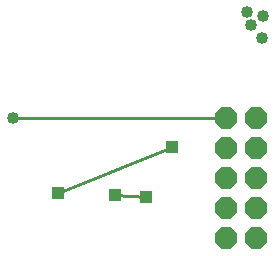
<source format=gbl>
G75*
%MOIN*%
%OFA0B0*%
%FSLAX25Y25*%
%IPPOS*%
%LPD*%
%AMOC8*
5,1,8,0,0,1.08239X$1,22.5*
%
%ADD10OC8,0.07400*%
%ADD11C,0.01000*%
%ADD12C,0.04000*%
%ADD13R,0.03962X0.03962*%
D10*
X0091000Y0011000D03*
X0101000Y0011000D03*
X0101000Y0021000D03*
X0091000Y0021000D03*
X0091000Y0031000D03*
X0101000Y0031000D03*
X0101000Y0041000D03*
X0091000Y0041000D03*
X0091000Y0051000D03*
X0101000Y0051000D03*
D11*
X0091000Y0051000D02*
X0020000Y0051000D01*
X0035250Y0025800D02*
X0073000Y0041350D01*
X0064450Y0024650D02*
X0054100Y0025250D01*
D12*
X0020000Y0051000D03*
X0098300Y0086400D03*
X0099550Y0082000D03*
X0103400Y0084800D03*
X0103050Y0077650D03*
D13*
X0035250Y0025800D03*
X0054100Y0025250D03*
X0064450Y0024650D03*
X0073000Y0041350D03*
M02*

</source>
